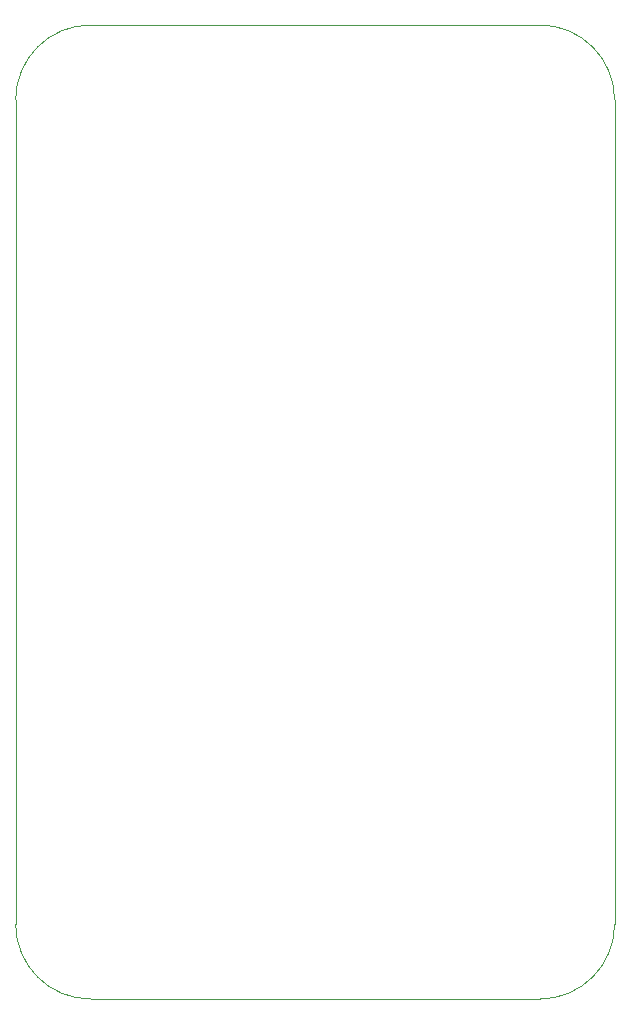
<source format=gbr>
%TF.GenerationSoftware,KiCad,Pcbnew,7.0.5*%
%TF.CreationDate,2023-09-19T19:20:32-07:00*%
%TF.ProjectId,LT3081LEDDriver,4c543330-3831-44c4-9544-447269766572,rev?*%
%TF.SameCoordinates,Original*%
%TF.FileFunction,Profile,NP*%
%FSLAX46Y46*%
G04 Gerber Fmt 4.6, Leading zero omitted, Abs format (unit mm)*
G04 Created by KiCad (PCBNEW 7.0.5) date 2023-09-19 19:20:32*
%MOMM*%
%LPD*%
G01*
G04 APERTURE LIST*
%TA.AperFunction,Profile*%
%ADD10C,0.100000*%
%TD*%
G04 APERTURE END LIST*
D10*
X107950000Y-146050000D02*
X107950000Y-76200000D01*
X152400000Y-152400000D02*
X114300000Y-152400000D01*
X158750000Y-76200000D02*
G75*
G03*
X152400000Y-69850000I-6350000J0D01*
G01*
X152400000Y-152400000D02*
G75*
G03*
X158750000Y-146050000I0J6350000D01*
G01*
X114300000Y-69850000D02*
G75*
G03*
X107950000Y-76200000I0J-6350000D01*
G01*
X107950000Y-146050000D02*
G75*
G03*
X114300000Y-152400000I6350000J0D01*
G01*
X114300000Y-69850000D02*
X152400000Y-69850000D01*
X158750000Y-76200000D02*
X158750000Y-146050000D01*
M02*

</source>
